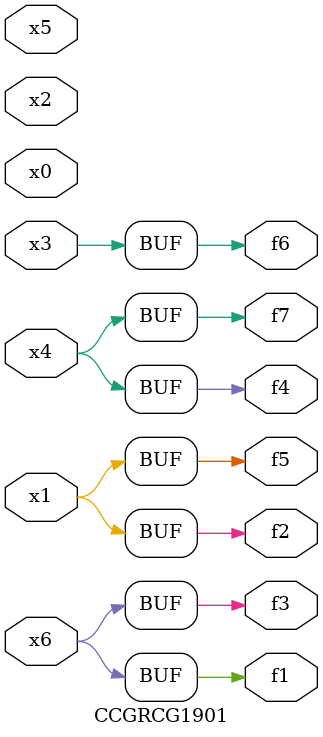
<source format=v>
module CCGRCG1901(
	input x0, x1, x2, x3, x4, x5, x6,
	output f1, f2, f3, f4, f5, f6, f7
);
	assign f1 = x6;
	assign f2 = x1;
	assign f3 = x6;
	assign f4 = x4;
	assign f5 = x1;
	assign f6 = x3;
	assign f7 = x4;
endmodule

</source>
